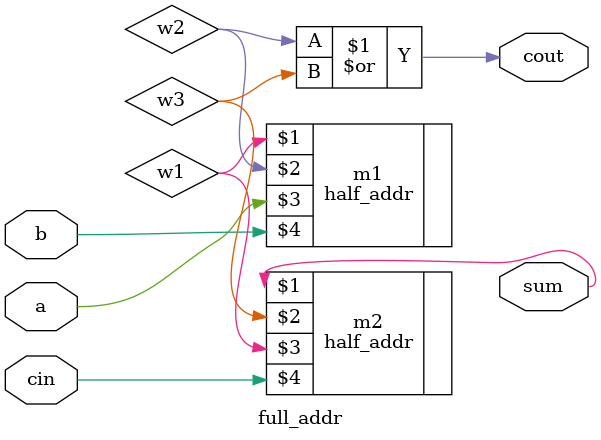
<source format=v>
`timescale 1ns / 1ps


module full_addr(sum, cout, a,b, cin);

output sum, cout;

input a, b, cin;

wire w1,w2,w3;

half_addr m1(w1,w2,a,b);
half_addr m2(sum,w3,w1,cin);
or m3(cout,w2,w3);
endmodule

</source>
